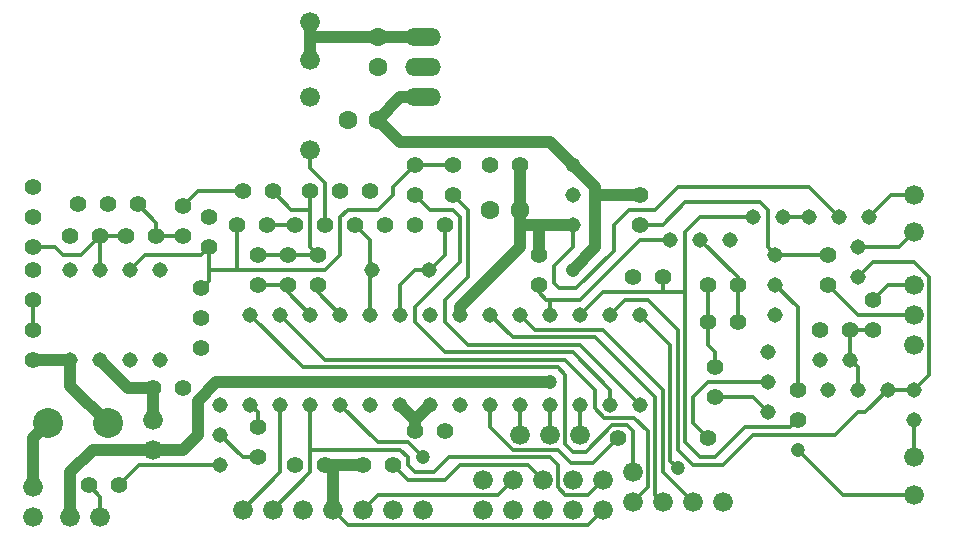
<source format=gbr>
G75*
G71*
%OFA0B0*%
%FSLAX24Y24*%
%IPPOS*%
%LPD*%
%AMOC8*
5,1,8,0,0,1.08239X$1,22.5*
%
%ADD10C,1.3080*%
%ADD11C,1.6002*%
%ADD12C,1.6764*%
%ADD13C,1.4224*%
%ADD14O,3.0160X1.5080*%
%ADD15C,2.5400*%
%ADD16C,1.0160*%
%ADD17C,0.3048*%
%ADD18C,1.2064*%
D10*
X227464Y108094D03*
X227464Y133494D03*
X227464Y158894D03*
X252864Y158894D03*
X278264Y158894D03*
X303664Y158894D03*
X329064Y158894D03*
X354464Y158894D03*
X379864Y158894D03*
X405264Y158894D03*
X430664Y158894D03*
X456064Y158894D03*
X481464Y158894D03*
X506864Y158894D03*
X532264Y158894D03*
X557664Y158894D03*
X583064Y158894D03*
X691014Y152544D03*
X691014Y177944D03*
X691014Y203344D03*
X735464Y196995D03*
X760864Y196995D03*
X767214Y171593D03*
X741814Y171593D03*
X792614Y171593D03*
X814839Y171593D03*
X814839Y146193D03*
X697364Y235094D03*
X697364Y260494D03*
X697364Y285894D03*
X659264Y298594D03*
X633864Y298594D03*
X608464Y298594D03*
X678314Y317644D03*
X703714Y317644D03*
X725939Y317644D03*
X751339Y317644D03*
X776739Y317644D03*
X767214Y292244D03*
X767214Y266844D03*
X583064Y235094D03*
X557664Y235094D03*
X532264Y235094D03*
X506864Y235094D03*
X481464Y235094D03*
X456064Y235094D03*
X430664Y235094D03*
X405264Y235094D03*
X379864Y235094D03*
X354464Y235094D03*
X329064Y235094D03*
X303664Y235094D03*
X278264Y235094D03*
X252864Y235094D03*
X176664Y196994D03*
X151264Y196994D03*
X125864Y196994D03*
X100464Y196994D03*
X100464Y273194D03*
X125864Y273194D03*
X151264Y273194D03*
X176664Y273194D03*
X355734Y273194D03*
X403994Y273194D03*
X525914Y311294D03*
X525914Y336694D03*
X525914Y362094D03*
D11*
X481464Y323994D03*
X456064Y323994D03*
X360814Y400194D03*
X335414Y400194D03*
X360814Y444644D03*
X360814Y470044D03*
D12*
X068714Y063644D03*
X100463Y063644D03*
X125863Y063644D03*
X068714Y089044D03*
X170314Y120794D03*
X170314Y146194D03*
X246514Y069994D03*
X271914Y069994D03*
X297314Y069994D03*
X322714Y069994D03*
X348114Y069994D03*
X373514Y069994D03*
X398914Y069994D03*
X449714Y069994D03*
X475114Y069994D03*
X500514Y069994D03*
X525914Y069994D03*
X551314Y069994D03*
X576713Y076344D03*
X602113Y076344D03*
X627514Y076344D03*
X652914Y076344D03*
X576713Y101744D03*
X551314Y095394D03*
X525914Y095394D03*
X500514Y095394D03*
X475114Y095394D03*
X449714Y095394D03*
X481464Y133494D03*
X506864Y133494D03*
X532264Y133494D03*
X814838Y114444D03*
X814838Y082694D03*
X814838Y209694D03*
X814838Y235094D03*
X814838Y260494D03*
X814839Y304944D03*
X814839Y336694D03*
X303664Y374794D03*
X303664Y419244D03*
X303664Y450994D03*
X303664Y482744D03*
D13*
X392564Y362094D03*
X424314Y362094D03*
X456064Y362095D03*
X481464Y362095D03*
X424314Y336694D03*
X392564Y336694D03*
X354464Y339869D03*
X329064Y339869D03*
X303664Y339869D03*
X271914Y339869D03*
X246514Y339869D03*
X217939Y317644D03*
X195714Y327169D03*
X195714Y301769D03*
X217939Y292244D03*
X241752Y311294D03*
X267152Y311294D03*
X290964Y311294D03*
X316364Y311294D03*
X341764Y311294D03*
X367164Y311294D03*
X392564Y311294D03*
X417964Y311294D03*
X497339Y285894D03*
X497339Y260494D03*
X576714Y266844D03*
X602114Y266844D03*
X640214Y260494D03*
X665614Y260494D03*
X665614Y228744D03*
X640214Y228744D03*
X646564Y190644D03*
X646564Y165244D03*
X640214Y130319D03*
X564014Y130319D03*
X417964Y136669D03*
X392564Y136669D03*
X373514Y108093D03*
X348114Y108093D03*
X316364Y108094D03*
X290964Y108094D03*
X259214Y114444D03*
X259214Y139844D03*
X195713Y173182D03*
X170313Y173182D03*
X211589Y206519D03*
X211589Y231919D03*
X211589Y257319D03*
X259214Y260494D03*
X284614Y260494D03*
X310014Y260494D03*
X310014Y285894D03*
X284614Y285894D03*
X259214Y285894D03*
X173490Y301770D03*
X148090Y301770D03*
X125864Y301769D03*
X100464Y301769D03*
X068714Y292244D03*
X068714Y273194D03*
X068714Y247794D03*
X068714Y222394D03*
X068714Y196994D03*
X116339Y090632D03*
X141739Y090632D03*
X068714Y317644D03*
X068714Y343044D03*
X106814Y328757D03*
X132214Y328757D03*
X157614Y328757D03*
X583064Y336694D03*
X583064Y311294D03*
X735464Y222394D03*
X760864Y222394D03*
X779914Y222394D03*
X779914Y247794D03*
X741814Y260493D03*
X741814Y285893D03*
X716414Y171594D03*
X716414Y146194D03*
D14*
X398914Y419244D03*
X398914Y444644D03*
X398914Y470044D03*
D15*
X132214Y143019D03*
X081414Y143019D03*
D16*
X068714Y130319D01*
X068714Y089044D01*
X100464Y101744D02*
X119514Y120794D01*
X170314Y120794D01*
X195714Y120794D01*
X208414Y133494D01*
X208414Y162069D01*
X224289Y177944D01*
X506864Y177944D01*
X430664Y235094D02*
X430664Y241444D01*
X481464Y292244D01*
X481464Y311294D01*
X497339Y311294D01*
X497339Y285894D01*
X525914Y273194D02*
X544964Y292244D01*
X544964Y336694D01*
X583064Y336694D01*
X544964Y336694D02*
X544964Y343044D01*
X525914Y362094D01*
X506864Y381144D01*
X379864Y381144D01*
X360814Y400194D01*
X379864Y419244D01*
X398914Y419244D01*
X398914Y470044D02*
X360814Y470044D01*
X303664Y470044D01*
X303664Y450994D01*
X303664Y470044D02*
X303664Y482744D01*
X481464Y362095D02*
X481464Y323994D01*
X481464Y311294D01*
X497339Y311294D02*
X525914Y311294D01*
X405264Y158894D02*
X392564Y146194D01*
X379864Y158894D01*
X392564Y146194D02*
X392564Y136669D01*
X348114Y108093D02*
X322715Y108093D01*
X322714Y108094D02*
X316364Y108094D01*
X322714Y108094D02*
X322714Y069994D01*
X170314Y146194D02*
X170314Y171594D01*
X170313Y171595D01*
X170313Y173182D01*
X149676Y173182D01*
X125864Y196994D01*
X100464Y196994D02*
X068714Y196994D01*
X100464Y196994D02*
X100464Y174769D01*
X132214Y143019D01*
X100464Y101744D02*
X100464Y063645D01*
X100463Y063644D01*
D17*
X125863Y063644D02*
X125864Y063644D01*
X125864Y081107D01*
X116339Y090632D01*
X141739Y090632D02*
X159201Y108094D01*
X227464Y108094D01*
X246514Y114444D02*
X227464Y133494D01*
X246514Y114444D02*
X259214Y114444D01*
X278264Y101744D02*
X278264Y158894D01*
X259214Y152544D02*
X252864Y158894D01*
X259214Y152544D02*
X259214Y139844D01*
X303664Y120794D02*
X303664Y158894D01*
X329064Y158894D02*
X360814Y127144D01*
X386214Y127144D01*
X398914Y114444D01*
X386214Y114444D02*
X379864Y120794D01*
X303664Y120794D01*
X303664Y101744D01*
X271914Y069994D01*
X246514Y069994D02*
X278264Y101744D01*
X322714Y108094D02*
X322715Y108093D01*
X348114Y069994D02*
X360814Y082694D01*
X462414Y082694D01*
X475114Y095394D01*
X487814Y108094D02*
X500514Y095394D01*
X513214Y089044D02*
X513214Y108094D01*
X506864Y114444D01*
X421139Y114444D01*
X408439Y101744D01*
X392564Y101744D01*
X386214Y108094D01*
X386214Y114444D01*
X373514Y108093D02*
X386214Y095394D01*
X417964Y095394D01*
X430664Y108094D01*
X487814Y108094D01*
X475114Y120794D02*
X456064Y139844D01*
X456064Y158894D01*
X481464Y158894D02*
X481464Y133494D01*
X475114Y120794D02*
X513214Y120794D01*
X524327Y109682D01*
X543377Y109682D01*
X564014Y130319D01*
X559252Y141432D02*
X571952Y141432D01*
X571952Y141431D01*
X576714Y136669D01*
X576714Y101744D01*
X576713Y101744D01*
X589414Y089044D02*
X589414Y136669D01*
X578302Y147781D01*
X578302Y147782D01*
X552901Y147782D01*
X544964Y155719D01*
X544964Y171594D01*
X519564Y196994D01*
X316364Y196994D01*
X278264Y235094D01*
X284614Y254144D02*
X284614Y260494D01*
X259214Y260494D01*
X241752Y273194D02*
X316364Y273194D01*
X329064Y285894D01*
X329064Y317644D01*
X335414Y323994D01*
X360814Y323994D01*
X373514Y336694D01*
X373514Y343044D01*
X392564Y362094D01*
X424314Y362094D01*
X424314Y336694D02*
X437014Y323994D01*
X437014Y266844D01*
X417964Y247794D01*
X417964Y228744D01*
X437014Y209694D01*
X532264Y209694D01*
X583064Y158894D01*
X595764Y165244D02*
X595764Y082694D01*
X602113Y076344D01*
X589414Y089044D02*
X576713Y076344D01*
X551314Y069994D02*
X538614Y057294D01*
X335414Y057294D01*
X322714Y069994D01*
X506864Y133494D02*
X506864Y158894D01*
X532264Y158894D02*
X532264Y133494D01*
X519564Y125557D02*
X525914Y119207D01*
X537027Y119207D01*
X559252Y141432D01*
X557664Y158894D02*
X557664Y171594D01*
X525914Y203344D01*
X417964Y203344D01*
X392564Y228744D01*
X392564Y241444D01*
X430664Y279544D01*
X430664Y317644D01*
X424314Y323994D01*
X405264Y323994D01*
X392564Y336694D01*
X417964Y311294D02*
X417964Y285894D01*
X405264Y273194D01*
X403994Y273194D01*
X392564Y273194D01*
X379864Y260494D01*
X379864Y235094D01*
X354464Y235094D02*
X354464Y271924D01*
X355734Y273194D01*
X354464Y273194D01*
X354464Y298594D01*
X341764Y311294D01*
X316364Y311294D02*
X316364Y346219D01*
X303664Y358919D01*
X303664Y374794D01*
X303664Y339869D02*
X303664Y323994D01*
X287789Y323994D01*
X271914Y339869D01*
X246514Y339869D02*
X208414Y339869D01*
X195714Y327169D01*
X173489Y312882D02*
X173489Y301769D01*
X195714Y301769D01*
X211589Y285894D02*
X217939Y292244D01*
X217939Y273194D01*
X217939Y263669D01*
X211589Y257319D01*
X217939Y273194D02*
X241752Y273194D01*
X241752Y311294D01*
X267152Y311294D02*
X290964Y311294D01*
X303664Y323994D02*
X303664Y292244D01*
X310014Y285894D01*
X284614Y285894D01*
X265564Y285894D01*
X259214Y285894D02*
X310014Y285894D01*
X310014Y260494D02*
X310014Y254144D01*
X329064Y235094D01*
X303664Y235094D02*
X284614Y254144D01*
X252864Y235094D02*
X297314Y190644D01*
X513214Y190644D01*
X519564Y184294D01*
X519564Y125557D01*
X551314Y095394D02*
X538614Y082694D01*
X519564Y082694D01*
X513214Y089044D01*
X602114Y101744D02*
X627514Y076344D01*
X602114Y101744D02*
X602114Y171594D01*
X551314Y222394D01*
X494164Y222394D01*
X481464Y235094D01*
X475114Y216044D02*
X456064Y235094D01*
X475114Y216044D02*
X544964Y216044D01*
X595764Y165244D01*
X627514Y165244D02*
X627514Y143019D01*
X640214Y130319D01*
X633864Y114444D02*
X621164Y127144D01*
X621164Y254144D01*
X621164Y304944D01*
X633864Y317644D01*
X678314Y317644D01*
X684664Y330344D02*
X691014Y323994D01*
X691014Y292244D01*
X697364Y285894D01*
X741814Y285894D01*
X741814Y285893D01*
X767214Y292244D02*
X802139Y292244D01*
X814839Y304944D01*
X814839Y279544D02*
X779914Y279544D01*
X767214Y266844D01*
X779914Y247794D02*
X792614Y260494D01*
X814838Y260494D01*
X827539Y266844D02*
X827539Y184294D01*
X814839Y171594D01*
X814838Y171593D01*
X792614Y171593D01*
X773564Y152544D01*
X767214Y152544D01*
X748164Y133494D01*
X678314Y133494D01*
X652914Y108094D01*
X627514Y108094D01*
X614814Y120794D01*
X614814Y222394D01*
X589414Y247794D01*
X570364Y247794D01*
X557664Y235094D01*
X551314Y254144D02*
X602114Y254144D01*
X602114Y266844D01*
X602114Y254144D02*
X621164Y254144D01*
X640214Y260494D02*
X640214Y228744D01*
X640214Y209694D01*
X646564Y203344D01*
X646564Y190644D01*
X640214Y177944D02*
X691014Y177944D01*
X678314Y165244D02*
X691014Y152544D01*
X671964Y139844D02*
X646564Y114444D01*
X633864Y114444D01*
X614814Y104919D02*
X608464Y111269D01*
X608464Y209694D01*
X583064Y235094D01*
X551314Y254144D02*
X532264Y235094D01*
X532264Y247794D02*
X583064Y298594D01*
X608464Y298594D01*
X602114Y311294D02*
X621164Y330344D01*
X684664Y330344D01*
X703714Y317644D02*
X725939Y317644D01*
X725939Y343044D02*
X751339Y317644D01*
X776739Y317644D02*
X795789Y336694D01*
X814839Y336694D01*
X814839Y279544D02*
X827539Y266844D01*
X814838Y235094D02*
X767214Y235094D01*
X741814Y260493D01*
X716414Y241444D02*
X716414Y171594D01*
X678314Y165244D02*
X646564Y165244D01*
X640214Y177944D02*
X627514Y165244D01*
X671964Y139844D02*
X710064Y139844D01*
X716414Y146194D01*
X716414Y120794D02*
X754514Y082694D01*
X814838Y082694D01*
X814839Y082694D01*
X814839Y114444D02*
X814839Y146193D01*
X814839Y171593D02*
X814839Y171594D01*
X767214Y171593D02*
X767214Y190644D01*
X760864Y196994D01*
X760864Y196995D01*
X760864Y196994D02*
X760864Y222394D01*
X779914Y222394D01*
X716414Y241444D02*
X697364Y260494D01*
X665614Y260494D02*
X665614Y228744D01*
X665614Y260494D02*
X665614Y266844D01*
X633864Y298594D01*
X602114Y311294D02*
X583064Y311294D01*
X573539Y323994D02*
X560839Y311294D01*
X560839Y289069D01*
X529089Y257319D01*
X514802Y257319D01*
X510039Y262082D01*
X510039Y276369D01*
X525914Y292244D01*
X525914Y311294D01*
X573539Y323994D02*
X595764Y323994D01*
X614814Y343044D01*
X725939Y343044D01*
X532264Y247794D02*
X506864Y247794D01*
X506864Y235094D01*
X506864Y247794D02*
X503689Y247794D01*
X497339Y254144D01*
X497339Y260494D01*
X211589Y285894D02*
X163964Y285894D01*
X151264Y273194D01*
X125864Y273194D02*
X125864Y301769D01*
X148089Y301769D01*
X148090Y301770D01*
X125864Y301769D02*
X109989Y285894D01*
X094114Y285894D01*
X087764Y292244D01*
X068714Y292244D01*
X068714Y247794D02*
X068714Y222394D01*
X173489Y301769D02*
X173490Y301770D01*
X173489Y312882D02*
X157614Y328757D01*
X814838Y114444D02*
X814839Y114444D01*
D18*
X716414Y120794D03*
X614814Y104919D03*
X506864Y177944D03*
X398914Y114444D03*
X525914Y273194D03*
M02*

</source>
